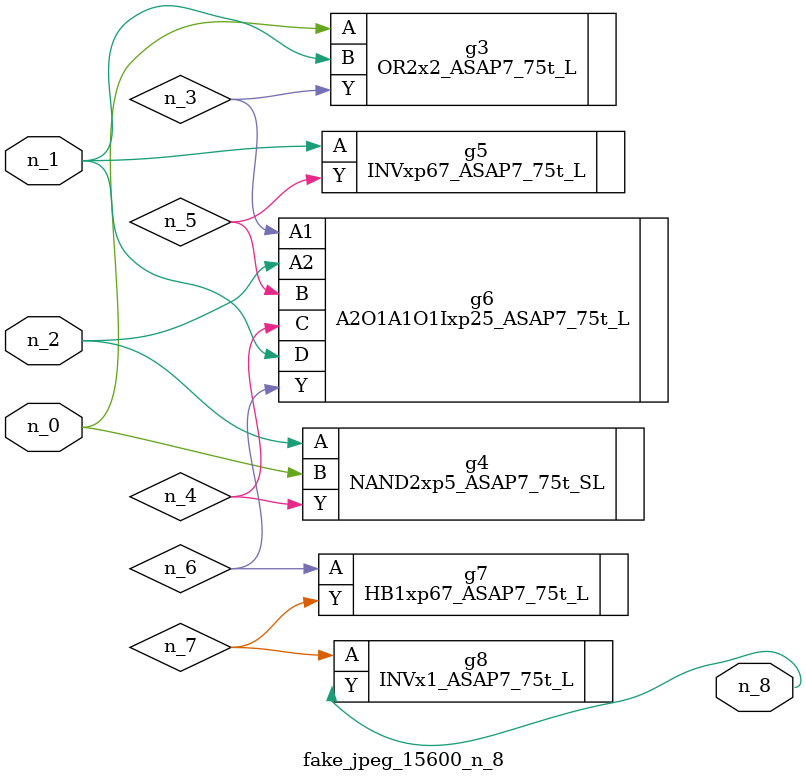
<source format=v>
module fake_jpeg_15600_n_8 (n_0, n_2, n_1, n_8);

input n_0;
input n_2;
input n_1;

output n_8;

wire n_3;
wire n_4;
wire n_6;
wire n_5;
wire n_7;

OR2x2_ASAP7_75t_L g3 ( 
.A(n_0),
.B(n_1),
.Y(n_3)
);

NAND2xp5_ASAP7_75t_SL g4 ( 
.A(n_2),
.B(n_0),
.Y(n_4)
);

INVxp67_ASAP7_75t_L g5 ( 
.A(n_1),
.Y(n_5)
);

A2O1A1O1Ixp25_ASAP7_75t_L g6 ( 
.A1(n_3),
.A2(n_2),
.B(n_5),
.C(n_4),
.D(n_1),
.Y(n_6)
);

HB1xp67_ASAP7_75t_L g7 ( 
.A(n_6),
.Y(n_7)
);

INVx1_ASAP7_75t_L g8 ( 
.A(n_7),
.Y(n_8)
);


endmodule
</source>
